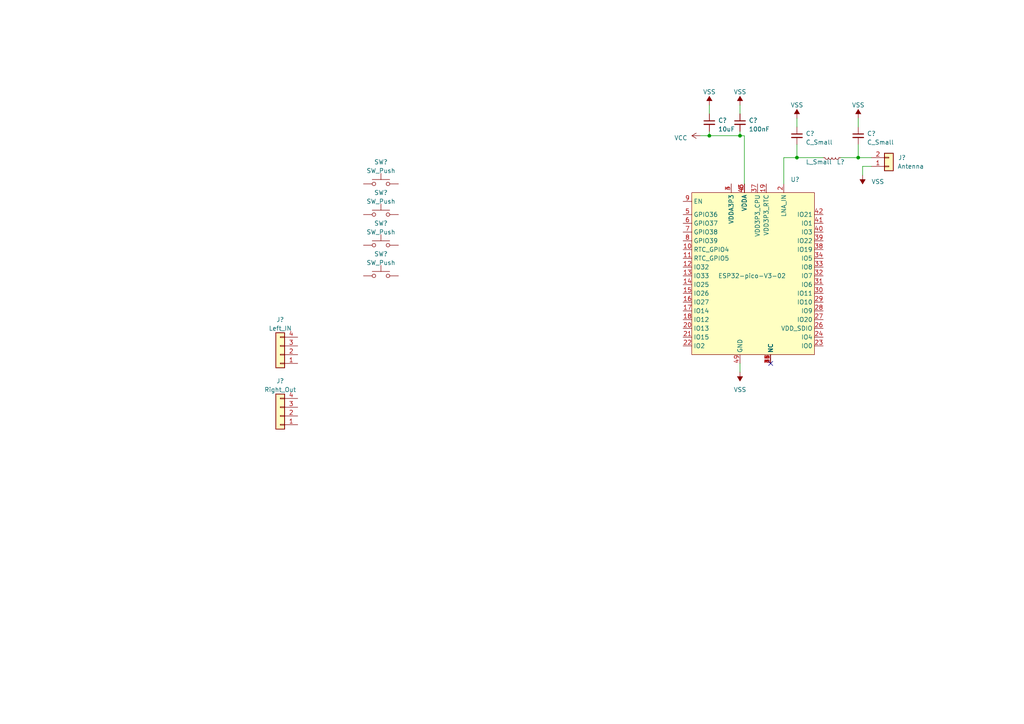
<source format=kicad_sch>
(kicad_sch (version 20220103) (generator eeschema)
  (paper "A4")
  (lib_symbols
    (symbol "Connector_Generic:Conn_01x02" (pin_names (offset 1.016) hide)
      (property "Reference" "J" (at 0 2.54 0))
      (property "Value" "Conn_01x02" (at 0 -5.08 0))
      (symbol "Conn_01x02_1_1"
        (rectangle (start -1.27 -2.413) (end 0 -2.667) (stroke (width 0.1524)))
        (rectangle (start -1.27 0.127) (end 0 -0.127) (stroke (width 0.1524)))
        (rectangle (start -1.27 1.27) (end 1.27 -3.81) (stroke (width 0.254)) (fill (type background)))
        (pin passive line (at -5.08 0 0) (length 3.81) (name "Pin_1") (number "1"))
        (pin passive line (at -5.08 -2.54 0) (length 3.81) (name "Pin_2") (number "2"))
      )
    )
    (symbol "Connector_Generic:Conn_01x04" (pin_names (offset 1.016) hide)
      (property "Reference" "J" (at 0 5.08 0))
      (property "Value" "Conn_01x04" (at 0 -7.62 0))
      (symbol "Conn_01x04_1_1"
        (rectangle (start -1.27 -4.953) (end 0 -5.207) (stroke (width 0.1524)))
        (rectangle (start -1.27 -2.413) (end 0 -2.667) (stroke (width 0.1524)))
        (rectangle (start -1.27 0.127) (end 0 -0.127) (stroke (width 0.1524)))
        (rectangle (start -1.27 2.667) (end 0 2.413) (stroke (width 0.1524)))
        (rectangle (start -1.27 3.81) (end 1.27 -6.35) (stroke (width 0.254)) (fill (type background)))
        (pin passive line (at -5.08 2.54 0) (length 3.81) (name "Pin_1") (number "1"))
        (pin passive line (at -5.08 0 0) (length 3.81) (name "Pin_2") (number "2"))
        (pin passive line (at -5.08 -2.54 0) (length 3.81) (name "Pin_3") (number "3"))
        (pin passive line (at -5.08 -5.08 0) (length 3.81) (name "Pin_4") (number "4"))
      )
    )
    (symbol "Device:C_Small" (pin_numbers hide) (pin_names (offset 0.254) hide)
      (property "Reference" "C" (at 0.254 1.778 0))
      (property "Value" "C_Small" (at 0.254 -2.032 0))
      (symbol "C_Small_0_1"
        (polyline (pts (xy -1.524 -0.508) (xy 1.524 -0.508)) (stroke (width 0.3302)))
        (polyline (pts (xy -1.524 0.508) (xy 1.524 0.508)) (stroke (width 0.3048)))
      )
      (symbol "C_Small_1_1"
        (pin passive line (at 0 2.54 270) (length 2.032) (name "~") (number "1"))
        (pin passive line (at 0 -2.54 90) (length 2.032) (name "~") (number "2"))
      )
    )
    (symbol "Device:L_Small" (pin_numbers hide) (pin_names (offset 0.254) hide)
      (property "Reference" "L" (at 0.762 1.016 0))
      (property "Value" "L_Small" (at 0.762 -1.016 0))
      (symbol "L_Small_0_1"
        (arc (start 0 -2.032) (mid 0.508 -1.524) (end 0 -1.016))
        (arc (start 0 -1.016) (mid 0.508 -0.508) (end 0 0))
        (arc (start 0 0) (mid 0.508 0.508) (end 0 1.016))
        (arc (start 0 1.016) (mid 0.508 1.524) (end 0 2.032))
      )
      (symbol "L_Small_1_1"
        (pin passive line (at 0 2.54 270) (length 0.508) (name "~") (number "1"))
        (pin passive line (at 0 -2.54 90) (length 0.508) (name "~") (number "2"))
      )
    )
    (symbol "ESP32PicoV3:ESP32-pico-V3-02"
      (property "Reference" "U" (at -33.02 19.05 0))
      (property "Value" "ESP32-pico-V3-02" (at 0 22.86 0))
      (symbol "ESP32-pico-V3-02_0_1"
        (rectangle (start -7.62 13.97) (end 27.94 -33.02) (stroke (width 0.1524)) (fill (type background)))
      )
      (symbol "ESP32-pico-V3-02_1_1"
        (pin input line (at 7.62 16.51 270) (length 2.54) (name "VDDA") (number "1"))
        (pin input line (at -10.16 -2.54 0) (length 2.54) (name "RTC_GPIO4") (number "10"))
        (pin input line (at -10.16 -5.08 0) (length 2.54) (name "RTC_GPIO5") (number "11"))
        (pin input line (at -10.16 -7.62 0) (length 2.54) (name "IO32") (number "12"))
        (pin input line (at -10.16 -10.16 0) (length 2.54) (name "IO33") (number "13"))
        (pin input line (at -10.16 -12.7 0) (length 2.54) (name "IO25") (number "14"))
        (pin input line (at -10.16 -15.24 0) (length 2.54) (name "IO26") (number "15"))
        (pin input line (at -10.16 -17.78 0) (length 2.54) (name "IO27") (number "16"))
        (pin input line (at -10.16 -20.32 0) (length 2.54) (name "IO14") (number "17"))
        (pin input line (at -10.16 -22.86 0) (length 2.54) (name "IO12") (number "18"))
        (pin input line (at 13.97 16.51 270) (length 2.54) (name "VDD3P3_RTC") (number "19"))
        (pin input line (at 19.05 16.51 270) (length 2.54) (name "LNA_IN") (number "2"))
        (pin input line (at -10.16 -25.4 0) (length 2.54) (name "IO13") (number "20"))
        (pin input line (at -10.16 -27.94 0) (length 2.54) (name "IO15") (number "21"))
        (pin input line (at -10.16 -30.48 0) (length 2.54) (name "IO2") (number "22"))
        (pin input line (at 30.48 -30.48 180) (length 2.54) (name "IO0") (number "23"))
        (pin input line (at 30.48 -27.94 180) (length 2.54) (name "IO4") (number "24"))
        (pin input line (at 15.24 -35.56 90) (length 2.54) (name "NC") (number "25"))
        (pin input line (at 30.48 -25.4 180) (length 2.54) (name "VDD_SDIO") (number "26"))
        (pin input line (at 30.48 -22.86 180) (length 2.54) (name "IO20") (number "27"))
        (pin input line (at 30.48 -20.32 180) (length 2.54) (name "IO9") (number "28"))
        (pin input line (at 30.48 -17.78 180) (length 2.54) (name "IO10") (number "29"))
        (pin input line (at 3.81 16.51 270) (length 2.54) (name "VDDA3P3") (number "3"))
        (pin input line (at 30.48 -15.24 180) (length 2.54) (name "IO11") (number "30"))
        (pin input line (at 30.48 -12.7 180) (length 2.54) (name "IO6") (number "31"))
        (pin input line (at 30.48 -10.16 180) (length 2.54) (name "IO7") (number "32"))
        (pin input line (at 30.48 -7.62 180) (length 2.54) (name "IO8") (number "33"))
        (pin input line (at 30.48 -5.08 180) (length 2.54) (name "IO5") (number "34"))
        (pin input line (at 15.24 -35.56 90) (length 2.54) (name "NC") (number "35"))
        (pin input line (at 15.24 -35.56 90) (length 2.54) (name "NC") (number "36"))
        (pin input line (at 11.43 16.51 270) (length 2.54) (name "VDD3P3_CPU") (number "37"))
        (pin input line (at 30.48 -2.54 180) (length 2.54) (name "IO19") (number "38"))
        (pin input line (at 30.48 0 180) (length 2.54) (name "IO22") (number "39"))
        (pin input line (at 3.81 16.51 270) (length 2.54) (name "VDDA3P3") (number "4"))
        (pin input line (at 30.48 2.54 180) (length 2.54) (name "IO3") (number "40"))
        (pin input line (at 30.48 5.08 180) (length 2.54) (name "IO1") (number "41"))
        (pin input line (at 30.48 7.62 180) (length 2.54) (name "IO21") (number "42"))
        (pin input line (at 7.62 16.51 270) (length 2.54) (name "VDDA") (number "43"))
        (pin input line (at 15.24 -35.56 90) (length 2.54) (name "NC") (number "44"))
        (pin input line (at 15.24 -35.56 90) (length 2.54) (name "NC") (number "45"))
        (pin input line (at 7.62 16.51 270) (length 2.54) (name "VDDA") (number "46"))
        (pin input line (at 15.24 -35.56 90) (length 2.54) (name "NC") (number "47"))
        (pin input line (at 15.24 -35.56 90) (length 2.54) (name "NC") (number "48"))
        (pin input line (at 6.35 -35.56 90) (length 2.54) (name "GND") (number "49"))
        (pin input line (at -10.16 7.62 0) (length 2.54) (name "GPIO36") (number "5"))
        (pin input line (at -10.16 5.08 0) (length 2.54) (name "GPIO37") (number "6"))
        (pin input line (at -10.16 2.54 0) (length 2.54) (name "GPIO38") (number "7"))
        (pin input line (at -10.16 0 0) (length 2.54) (name "GPIO39") (number "8"))
        (pin input line (at -10.16 11.43 0) (length 2.54) (name "EN") (number "9"))
      )
    )
    (symbol "Switch:SW_Push" (pin_numbers hide) (pin_names (offset 1.016) hide)
      (property "Reference" "SW" (at 1.27 2.54 0))
      (property "Value" "SW_Push" (at 0 -1.524 0))
      (symbol "SW_Push_0_1"
        (circle (center -2.032 0) (radius 0.508))
        (polyline (pts (xy 0 1.27) (xy 0 3.048)))
        (polyline (pts (xy 2.54 1.27) (xy -2.54 1.27)))
        (circle (center 2.032 0) (radius 0.508))
        (pin passive line (at -5.08 0 0) (length 2.54) (name "1") (number "1"))
        (pin passive line (at 5.08 0 180) (length 2.54) (name "2") (number "2"))
      )
    )
    (symbol "power:VCC" (power) (pin_names (offset 0))
      (property "Value" "VCC" (at 0 3.81 0))
      (symbol "VCC_0_1"
        (polyline (pts (xy -0.762 1.27) (xy 0 2.54)))
        (polyline (pts (xy 0 0) (xy 0 2.54)))
        (polyline (pts (xy 0 2.54) (xy 0.762 1.27)))
      )
      (symbol "VCC_1_1"
        (pin power_in line (at 0 0 90) (length 0) hide (name "VCC") (number "1"))
      )
    )
    (symbol "power:VSS" (power) (pin_names (offset 0))
      (property "Value" "VSS" (at 0 3.81 0))
      (symbol "VSS_0_1"
        (polyline (pts (xy 0 0) (xy 0 2.54)))
        (polyline (pts (xy 0.762 1.27) (xy -0.762 1.27) (xy 0 2.54) (xy 0.762 1.27)) (fill (type outline)))
      )
      (symbol "VSS_1_1"
        (pin power_in line (at 0 0 90) (length 0) hide (name "VSS") (number "1"))
      )
    )
  )
  (junction (at 231.14 45.72))
  (junction (at 205.74 39.37))
  (junction (at 248.92 45.72))
  (junction (at 214.63 39.37))
  (no_connect (at 223.52 105.41))
  (wire (pts (xy 227.33 45.72) (xy 231.14 45.72)))
  (wire (pts (xy 248.92 34.29) (xy 248.92 36.83)))
  (wire (pts (xy 231.14 34.29) (xy 231.14 36.83)))
  (wire (pts (xy 248.92 41.91) (xy 248.92 45.72)))
  (wire (pts (xy 203.2 39.37) (xy 205.74 39.37)))
  (wire (pts (xy 205.74 30.48) (xy 205.74 33.02)))
  (wire (pts (xy 214.63 39.37) (xy 215.9 39.37)))
  (wire (pts (xy 205.74 39.37) (xy 214.63 39.37)))
  (wire (pts (xy 250.19 50.8) (xy 250.19 48.26)))
  (wire (pts (xy 214.63 38.1) (xy 214.63 39.37)))
  (wire (pts (xy 250.19 48.26) (xy 252.73 48.26)))
  (wire (pts (xy 205.74 38.1) (xy 205.74 39.37)))
  (wire (pts (xy 227.33 53.34) (xy 227.33 45.72)))
  (wire (pts (xy 214.63 105.41) (xy 214.63 107.95)))
  (wire (pts (xy 243.84 45.72) (xy 248.92 45.72)))
  (wire (pts (xy 214.63 30.48) (xy 214.63 33.02)))
  (wire (pts (xy 231.14 41.91) (xy 231.14 45.72)))
  (wire (pts (xy 248.92 45.72) (xy 252.73 45.72)))
  (wire (pts (xy 215.9 53.34) (xy 215.9 39.37)))
  (wire (pts (xy 231.14 45.72) (xy 238.76 45.72)))
  (symbol (lib_id "Connector_Generic:Conn_01x04") (at 81.28 120.65 180) (unit 1)
    (property "Reference" "J?" (at 81.28 110.49 0))
    (property "Value" "Right_Out" (at 81.28 113.03 0))
  )
  (symbol (lib_id "power:VSS") (at 250.19 50.8 180) (unit 1)
    (property "Reference" "#PWR?" (effects hide))
    (property "Value" "VSS" (at 252.73 52.705 0) (effects (justify right)))
  )
  (symbol (lib_id "power:VSS") (at 248.92 34.29 0) (unit 1)
    (property "Reference" "#PWR?" (effects hide))
    (property "Value" "VSS" (at 248.92 30.48 0))
  )
  (symbol (lib_id "Switch:SW_Push") (at 110.49 62.23 0) (unit 1)
    (property "Reference" "SW?" (at 110.49 55.88 0))
    (property "Value" "SW_Push" (at 110.49 58.42 0))
  )
  (symbol (lib_id "power:VSS") (at 231.14 34.29 0) (unit 1)
    (property "Reference" "#PWR?" (effects hide))
    (property "Value" "VSS" (at 231.14 30.48 0))
  )
  (symbol (lib_id "power:VSS") (at 214.63 107.95 180) (unit 1)
    (property "Reference" "#PWR?" (effects hide))
    (property "Value" "VSS" (at 214.63 113.03 0))
  )
  (symbol (lib_id "Device:C_Small") (at 248.92 39.37 0) (unit 1)
    (property "Reference" "C?" (at 251.46 38.7413 0) (effects (justify left)))
    (property "Value" "C_Small" (at 251.46 41.2813 0) (effects (justify left)))
  )
  (symbol (lib_id "Connector_Generic:Conn_01x02") (at 257.81 48.26 0) (mirror x) (unit 1)
    (property "Reference" "J?" (at 261.62 45.72 0))
    (property "Value" "Antenna" (at 264.16 48.26 0))
  )
  (symbol (lib_id "Switch:SW_Push") (at 110.49 53.34 0) (unit 1)
    (property "Reference" "SW?" (at 110.49 46.99 0))
    (property "Value" "SW_Push" (at 110.49 49.53 0))
  )
  (symbol (lib_id "Device:C_Small") (at 231.14 39.37 0) (unit 1)
    (property "Reference" "C?" (at 233.68 38.7413 0) (effects (justify left)))
    (property "Value" "C_Small" (at 233.68 41.2813 0) (effects (justify left)))
  )
  (symbol (lib_id "Device:C_Small") (at 214.63 35.56 0) (unit 1)
    (property "Reference" "C?" (at 217.17 34.9313 0) (effects (justify left)))
    (property "Value" "100nF" (at 217.17 37.4713 0) (effects (justify left)))
  )
  (symbol (lib_id "Device:L_Small") (at 241.3 45.72 270) (unit 1)
    (property "Reference" "L?" (at 243.84 46.99 90))
    (property "Value" "L_Small" (at 237.49 46.99 90))
  )
  (symbol (lib_id "Connector_Generic:Conn_01x04") (at 81.28 102.87 180) (unit 1)
    (property "Reference" "J?" (at 81.28 92.71 0))
    (property "Value" "Left_IN" (at 81.28 95.25 0))
  )
  (symbol (lib_id "Device:C_Small") (at 205.74 35.56 0) (unit 1)
    (property "Reference" "C?" (at 208.28 34.9313 0) (effects (justify left)))
    (property "Value" "10uF" (at 208.28 37.4713 0) (effects (justify left)))
  )
  (symbol (lib_id "power:VSS") (at 205.74 30.48 0) (unit 1)
    (property "Reference" "#PWR?" (effects hide))
    (property "Value" "VSS" (at 205.74 26.67 0))
  )
  (symbol (lib_id "ESP32PicoV3:ESP32-pico-V3-02") (at 208.28 69.85 0) (unit 1)
    (property "Reference" "U?" (at 229.2859 52.07 0) (effects (justify left)))
    (property "Value" "ESP32-pico-V3-02" (at 208.28 80.01 0) (effects (justify left)))
  )
  (symbol (lib_id "Switch:SW_Push") (at 110.49 71.12 0) (unit 1)
    (property "Reference" "SW?" (at 110.49 64.77 0))
    (property "Value" "SW_Push" (at 110.49 67.31 0))
  )
  (symbol (lib_id "power:VCC") (at 203.2 39.37 90) (unit 1)
    (property "Reference" "#PWR?" (effects hide))
    (property "Value" "VCC" (at 199.39 40.005 90) (effects (justify left)))
  )
  (symbol (lib_id "power:VSS") (at 214.63 30.48 0) (unit 1)
    (property "Reference" "#PWR?" (effects hide))
    (property "Value" "VSS" (at 214.63 26.67 0))
  )
  (symbol (lib_id "Switch:SW_Push") (at 110.49 80.01 0) (unit 1)
    (property "Reference" "SW?" (at 110.49 73.66 0))
    (property "Value" "SW_Push" (at 110.49 76.2 0))
  )
)
</source>
